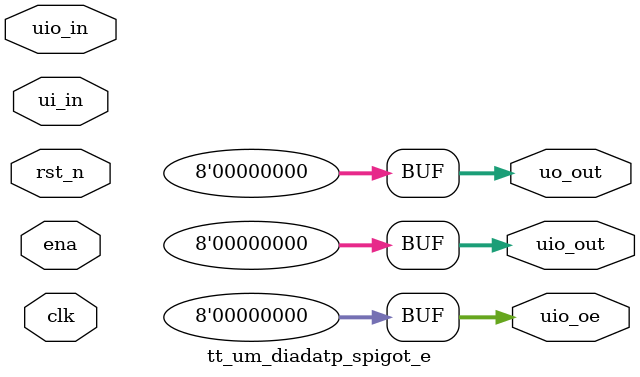
<source format=v>
`default_nettype none

module tt_um_diadatp_spigot_e (
    input  wire [7:0] ui_in,    // Dedicated inputs
    output wire [7:0] uo_out,   // Dedicated outputs
    input  wire [7:0] uio_in,   // IOs: Input path
    output wire [7:0] uio_out,  // IOs: Output path
    output wire [7:0] uio_oe,   // IOs: Enable path (active high: 0=input, 1=output)
    input  wire       ena,      // will go high when the design is enabled
    input  wire       clk,      // clock
    input  wire       rst_n     // reset_n - low to reset
);

  assign uo_out  = 0;
  assign uio_oe  = 0;
  assign uio_out = 0;

endmodule

</source>
